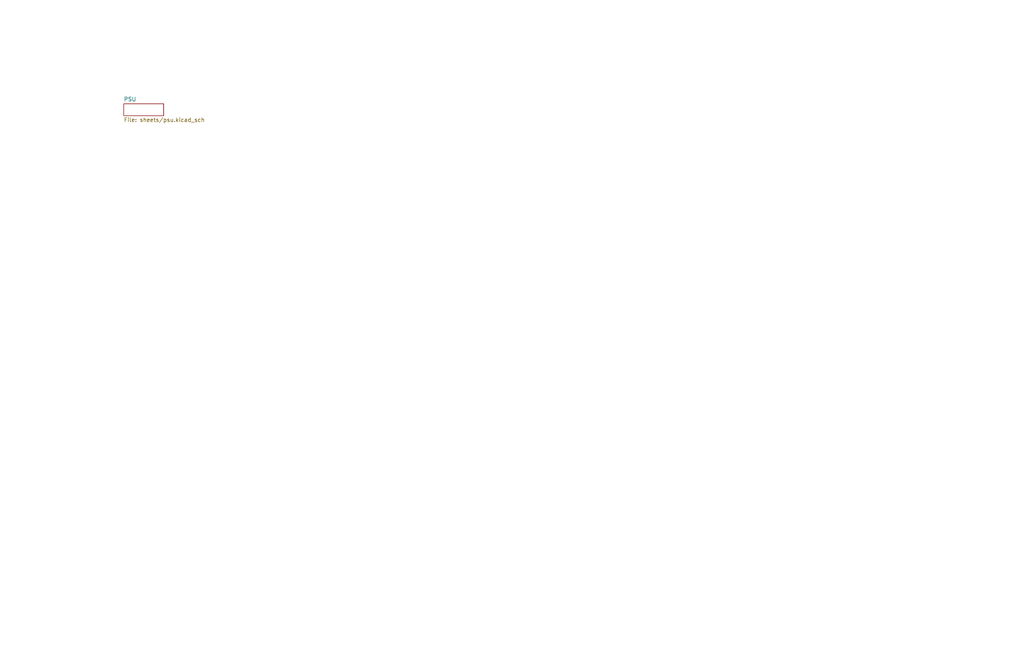
<source format=kicad_sch>
(kicad_sch (version 20230121) (generator eeschema)
  (paper "User" 325.806 210.388)
  (title_block (title "Banana Schplit") (date "2020-09-10") (rev "1.0") (company "Phil's Lab"))
  (lib_symbols)
  (sheet (at 39.37 33.02) (size 12.7 3.81) (stroke (width 0.1524))
    (property "Sheetname" "PSU" (at 39.37 32.3084 0) (effects (justify left bottom)))
    (property "Sheetfile" "sheets/psu.kicad_sch" (at 39.37 37.4146 0) (effects (justify left top)))
  )
)
</source>
